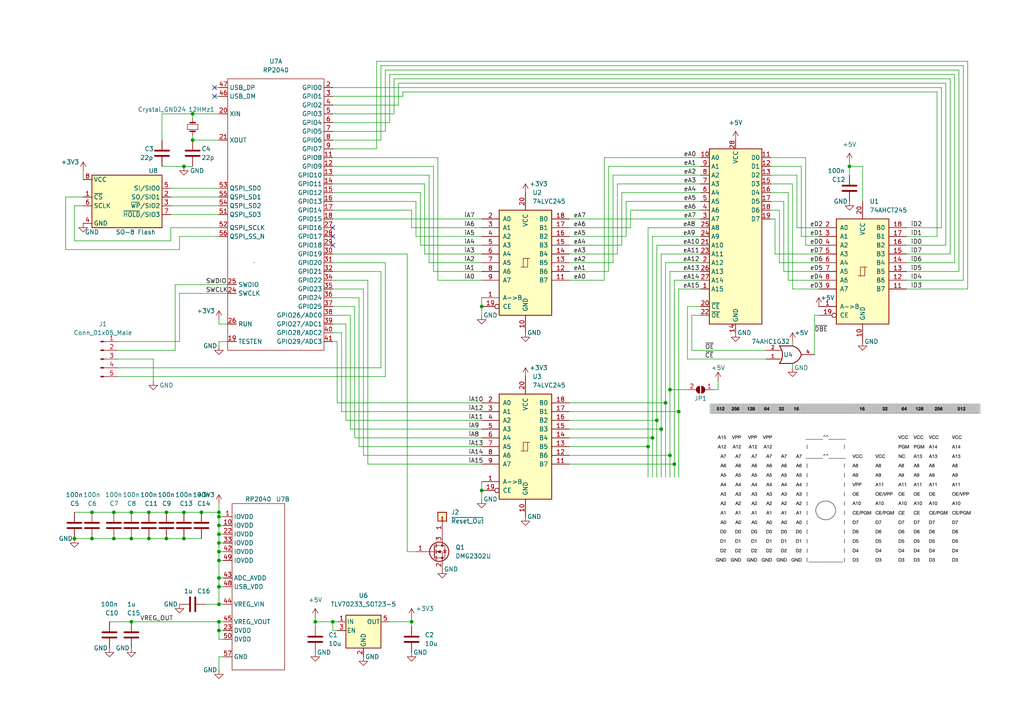
<source format=kicad_sch>
(kicad_sch (version 20211123) (generator eeschema)
  (paper "A4")
  (title_block (title "EPROM EMULATOR") (date "2022-08-13") (rev "1") (comment 1 "github.com/mengstr/Rom2k40"))
  (lib_symbols
    (symbol "74xGxx:74AHC1G32" (pin_names (offset 1.016))
      (property "Reference" "U4" (at -1.27 0 0))
      (property "Value" "74AHC1G32" (at 7.62 2.54 0))
      (symbol "74AHC1G32_1_1"
        (pin input line (at -7.62 -1.27 0) (length 3.81) (name "~") (number "1"))
        (pin input line (at -7.62 1.27 0) (length 3.81) (name "~") (number "2"))
        (pin power_in line (at 0 -2.54 270) (length 0) hide (name "GND") (number "3"))
        (pin output line (at 6.35 0 180) (length 3.81) (name "~") (number "4"))
        (pin power_in line (at 0 2.54 90) (length 0) hide (name "VCC") (number "5"))
      )
    )
    (symbol "74xx:74HC245" (pin_names (offset 1.016))
      (property "Reference" "U" (at -7.62 16.51 0))
      (property "Value" "74HC245" (at -7.62 -16.51 0))
      (symbol "74HC245_1_0"
        (pin input line (at -12.7 -10.16 0) (length 5.08) (name "A->B") (number "1"))
        (pin power_in line (at 0 -20.32 90) (length 5.08) (name "GND") (number "10"))
        (pin tri_state line (at 12.7 -5.08 180) (length 5.08) (name "B7") (number "11"))
        (pin tri_state line (at 12.7 -2.54 180) (length 5.08) (name "B6") (number "12"))
        (pin tri_state line (at 12.7 0 180) (length 5.08) (name "B5") (number "13"))
        (pin tri_state line (at 12.7 2.54 180) (length 5.08) (name "B4") (number "14"))
        (pin tri_state line (at 12.7 5.08 180) (length 5.08) (name "B3") (number "15"))
        (pin tri_state line (at 12.7 7.62 180) (length 5.08) (name "B2") (number "16"))
        (pin tri_state line (at 12.7 10.16 180) (length 5.08) (name "B1") (number "17"))
        (pin tri_state line (at 12.7 12.7 180) (length 5.08) (name "B0") (number "18"))
        (pin input inverted (at -12.7 -12.7 0) (length 5.08) (name "CE") (number "19"))
        (pin tri_state line (at -12.7 12.7 0) (length 5.08) (name "A0") (number "2"))
        (pin power_in line (at 0 20.32 270) (length 5.08) (name "VCC") (number "20"))
        (pin tri_state line (at -12.7 10.16 0) (length 5.08) (name "A1") (number "3"))
        (pin tri_state line (at -12.7 7.62 0) (length 5.08) (name "A2") (number "4"))
        (pin tri_state line (at -12.7 5.08 0) (length 5.08) (name "A3") (number "5"))
        (pin tri_state line (at -12.7 2.54 0) (length 5.08) (name "A4") (number "6"))
        (pin tri_state line (at -12.7 0 0) (length 5.08) (name "A5") (number "7"))
        (pin tri_state line (at -12.7 -2.54 0) (length 5.08) (name "A6") (number "8"))
        (pin tri_state line (at -12.7 -5.08 0) (length 5.08) (name "A7") (number "9"))
      )
    )
    (symbol "Connector:Conn_01x05_Male" (pin_names (offset 1.016) hide)
      (property "Reference" "J" (at 0 7.62 0))
      (property "Value" "Conn_01x05_Male" (at 0 -7.62 0))
      (symbol "Conn_01x05_Male_1_1"
        (pin passive line (at 5.08 5.08 180) (length 3.81) (name "Pin_1") (number "1"))
        (pin passive line (at 5.08 2.54 180) (length 3.81) (name "Pin_2") (number "2"))
        (pin passive line (at 5.08 0 180) (length 3.81) (name "Pin_3") (number "3"))
        (pin passive line (at 5.08 -2.54 180) (length 3.81) (name "Pin_4") (number "4"))
        (pin passive line (at 5.08 -5.08 180) (length 3.81) (name "Pin_5") (number "5"))
      )
    )
    (symbol "Connector_Generic:Conn_01x01" (pin_names (offset 1.016) hide)
      (property "Reference" "J" (at 0 2.54 0))
      (property "Value" "Conn_01x01" (at 0 -2.54 0))
      (symbol "Conn_01x01_1_1"
        (pin passive line (at -5.08 0 0) (length 3.81) (name "Pin_1") (number "1"))
      )
    )
    (symbol "Device:C" (pin_numbers hide) (pin_names (offset 0.254))
      (property "Reference" "C" (at 0.635 2.54 0))
      (property "Value" "C" (at 0.635 -2.54 0))
      (symbol "C_1_1"
        (pin passive line (at 0 3.81 270) (length 2.794) (name "~") (number "1"))
        (pin passive line (at 0 -3.81 90) (length 2.794) (name "~") (number "2"))
      )
    )
    (symbol "Device:Crystal_Small" (pin_numbers hide) (pin_names (offset 1.016) hide)
      (property "Reference" "Y" (at 0 2.54 0))
      (property "Value" "Crystal_Small" (at 0 -2.54 0))
      (symbol "Crystal_Small_1_1"
        (pin passive line (at -2.54 0 0) (length 1.27) (name "1") (number "1"))
        (pin passive line (at 2.54 0 180) (length 1.27) (name "2") (number "2"))
      )
    )
    (symbol "Device:Q_NMOS_GSD" (pin_names (offset 0) hide)
      (property "Reference" "Q" (at 5.08 1.27 0))
      (property "Value" "Q_NMOS_GSD" (at 5.08 -1.27 0))
      (symbol "Q_NMOS_GSD_1_1"
        (pin input line (at -5.08 0 0) (length 2.54) (name "G") (number "1"))
        (pin passive line (at 2.54 -5.08 90) (length 2.54) (name "S") (number "2"))
        (pin passive line (at 2.54 5.08 270) (length 2.54) (name "D") (number "3"))
      )
    )
    (symbol "Jumper:SolderJumper_2_Open" (pin_names (offset 0) hide)
      (property "Reference" "JP" (at 0 2.032 0))
      (property "Value" "SolderJumper_2_Open" (at 0 -2.54 0))
      (symbol "SolderJumper_2_Open_1_1"
        (pin passive line (at -3.81 0 0) (length 2.54) (name "A") (number "1"))
        (pin passive line (at 3.81 0 180) (length 2.54) (name "B") (number "2"))
      )
    )
    (symbol "Memory_EPROM:27C512"
      (property "Reference" "U" (at -7.62 26.67 0))
      (property "Value" "27C512" (at 2.54 -26.67 0))
      (symbol "27C512_1_1"
        (pin input line (at -10.16 -15.24 0) (length 2.54) (name "A15") (number "1"))
        (pin input line (at -10.16 22.86 0) (length 2.54) (name "A0") (number "10"))
        (pin tri_state line (at 10.16 22.86 180) (length 2.54) (name "D0") (number "11"))
        (pin tri_state line (at 10.16 20.32 180) (length 2.54) (name "D1") (number "12"))
        (pin tri_state line (at 10.16 17.78 180) (length 2.54) (name "D2") (number "13"))
        (pin power_in line (at 0 -27.94 90) (length 2.54) (name "GND") (number "14"))
        (pin tri_state line (at 10.16 15.24 180) (length 2.54) (name "D3") (number "15"))
        (pin tri_state line (at 10.16 12.7 180) (length 2.54) (name "D4") (number "16"))
        (pin tri_state line (at 10.16 10.16 180) (length 2.54) (name "D5") (number "17"))
        (pin tri_state line (at 10.16 7.62 180) (length 2.54) (name "D6") (number "18"))
        (pin tri_state line (at 10.16 5.08 180) (length 2.54) (name "D7") (number "19"))
        (pin input line (at -10.16 -7.62 0) (length 2.54) (name "A12") (number "2"))
        (pin input line (at -10.16 -20.32 0) (length 2.54) (name "~{CE}") (number "20"))
        (pin input line (at -10.16 -2.54 0) (length 2.54) (name "A10") (number "21"))
        (pin input line (at -10.16 -22.86 0) (length 2.54) (name "~{OE}") (number "22"))
        (pin input line (at -10.16 -5.08 0) (length 2.54) (name "A11") (number "23"))
        (pin input line (at -10.16 0 0) (length 2.54) (name "A9") (number "24"))
        (pin input line (at -10.16 2.54 0) (length 2.54) (name "A8") (number "25"))
        (pin input line (at -10.16 -10.16 0) (length 2.54) (name "A13") (number "26"))
        (pin input line (at -10.16 -12.7 0) (length 2.54) (name "A14") (number "27"))
        (pin power_in line (at 0 27.94 270) (length 2.54) (name "VCC") (number "28"))
        (pin input line (at -10.16 5.08 0) (length 2.54) (name "A7") (number "3"))
        (pin input line (at -10.16 7.62 0) (length 2.54) (name "A6") (number "4"))
        (pin input line (at -10.16 10.16 0) (length 2.54) (name "A5") (number "5"))
        (pin input line (at -10.16 12.7 0) (length 2.54) (name "A4") (number "6"))
        (pin input line (at -10.16 15.24 0) (length 2.54) (name "A3") (number "7"))
        (pin input line (at -10.16 17.78 0) (length 2.54) (name "A2") (number "8"))
        (pin input line (at -10.16 20.32 0) (length 2.54) (name "A1") (number "9"))
      )
    )
    (symbol "Memory_Flash:MX25R3235FM1xx1"
      (property "Reference" "U8" (at 8.89 8.89 0))
      (property "Value" "MX25R3235FM1xx1" (at -2.54 8.89 0))
      (symbol "MX25R3235FM1xx1_1_1"
        (pin input line (at -12.7 1.27 0) (length 2.54) (name "~{CS}") (number "1"))
        (pin bidirectional line (at 12.7 1.27 180) (length 2.54) (name "SO/SIO1") (number "2"))
        (pin bidirectional line (at 12.7 -1.27 180) (length 2.54) (name "~{WP}/SIO2") (number "3"))
        (pin power_in line (at -12.7 -6.35 0) (length 2.54) (name "GND") (number "4"))
        (pin bidirectional line (at 12.7 3.81 180) (length 2.54) (name "SI/SIO0") (number "5"))
        (pin input line (at -12.7 -1.27 0) (length 2.54) (name "SCLK") (number "6"))
        (pin bidirectional line (at 12.7 -3.81 180) (length 2.54) (name "~{HOLD}/SIO3") (number "7"))
        (pin power_in line (at -12.7 6.35 0) (length 2.54) (name "VCC") (number "8"))
      )
    )
    (symbol "RP2040_1"
      (property "Reference" "U" (at 13.97 0 0))
      (property "Value" "RP2040_1" (at 3.81 0 0))
      (symbol "RP2040_1_1_1"
        (pin bidirectional line (at 30.48 -22.86 180) (length 2.54) (name "GPIO8") (number "11"))
        (pin bidirectional line (at 30.48 -25.4 180) (length 2.54) (name "GPIO9") (number "12"))
        (pin bidirectional line (at 30.48 -27.94 180) (length 2.54) (name "GPIO10") (number "13"))
        (pin bidirectional line (at 30.48 -30.48 180) (length 2.54) (name "GPIO11") (number "14"))
        (pin bidirectional line (at 30.48 -33.02 180) (length 2.54) (name "GPIO12") (number "15"))
        (pin bidirectional line (at 30.48 -35.56 180) (length 2.54) (name "GPIO13") (number "16"))
        (pin bidirectional line (at 30.48 -38.1 180) (length 2.54) (name "GPIO14") (number "17"))
        (pin bidirectional line (at 30.48 -40.64 180) (length 2.54) (name "GPIO15") (number "18"))
        (pin input line (at 0 -76.2 0) (length 2.54) (name "TESTEN") (number "19"))
        (pin bidirectional line (at 30.48 -2.54 180) (length 2.54) (name "GPIO0") (number "2"))
        (pin passive line (at -2.54 -12.7 0) (length 2.54) (name "XIN") (number "20"))
        (pin passive line (at -2.54 -19.05 0) (length 2.54) (name "XOUT") (number "21"))
        (pin bidirectional line (at 0 -62.23 0) (length 2.54) (name "SWCLK") (number "24"))
        (pin bidirectional line (at 0 -59.69 0) (length 2.54) (name "SWDIO") (number "25"))
        (pin input line (at 0 -71.12 0) (length 2.54) (name "RUN") (number "26"))
        (pin bidirectional line (at 30.48 -43.18 180) (length 2.54) (name "GPIO16") (number "27"))
        (pin bidirectional line (at 30.48 -45.72 180) (length 2.54) (name "GPIO17") (number "28"))
        (pin bidirectional line (at 30.48 -48.26 180) (length 2.54) (name "GPIO18") (number "29"))
        (pin bidirectional line (at 30.48 -5.08 180) (length 2.54) (name "GPIO1") (number "3"))
        (pin bidirectional line (at 30.48 -50.8 180) (length 2.54) (name "GPIO19") (number "30"))
        (pin bidirectional line (at 30.48 -53.34 180) (length 2.54) (name "GPIO20") (number "31"))
        (pin bidirectional line (at 30.48 -55.88 180) (length 2.54) (name "GPIO21") (number "32"))
        (pin bidirectional line (at 30.48 -58.42 180) (length 2.54) (name "GPIO22") (number "34"))
        (pin bidirectional line (at 30.48 -60.96 180) (length 2.54) (name "GPIO23") (number "35"))
        (pin bidirectional line (at 30.48 -63.5 180) (length 2.54) (name "GPIO24") (number "36"))
        (pin bidirectional line (at 30.48 -66.04 180) (length 2.54) (name "GPIO25") (number "37"))
        (pin bidirectional line (at 30.48 -68.58 180) (length 2.54) (name "GPIO26/ADC0") (number "38"))
        (pin bidirectional line (at 30.48 -71.12 180) (length 2.54) (name "GPIO27/ADC1") (number "39"))
        (pin bidirectional line (at 30.48 -7.62 180) (length 2.54) (name "GPIO2") (number "4"))
        (pin bidirectional line (at 30.48 -73.66 180) (length 2.54) (name "GPIO28/ADC2") (number "40"))
        (pin bidirectional line (at 30.48 -76.2 180) (length 2.54) (name "GPIO29/ADC3") (number "41"))
        (pin bidirectional line (at -2.54 -5.08 0) (length 2.54) (name "USB_DM") (number "46"))
        (pin bidirectional line (at -2.54 -2.54 0) (length 2.54) (name "USB_DP") (number "47"))
        (pin bidirectional line (at 30.48 -10.16 180) (length 2.54) (name "GPIO3") (number "5"))
        (pin bidirectional line (at -2.54 -39.37 0) (length 2.54) (name "QSPI_SD3") (number "51"))
        (pin output line (at -2.54 -43.18 0) (length 2.54) (name "QSPI_SCLK") (number "52"))
        (pin bidirectional line (at -2.54 -31.75 0) (length 2.54) (name "QSPI_SD0") (number "53"))
        (pin bidirectional line (at -2.54 -36.83 0) (length 2.54) (name "QSPI_SD2") (number "54"))
        (pin bidirectional line (at -2.54 -34.29 0) (length 2.54) (name "QSPI_SD1") (number "55"))
        (pin bidirectional line (at -2.54 -45.72 0) (length 2.54) (name "QSPI_SS_N") (number "56"))
        (pin bidirectional line (at 30.48 -12.7 180) (length 2.54) (name "GPIO4") (number "6"))
        (pin bidirectional line (at 30.48 -15.24 180) (length 2.54) (name "GPIO5") (number "7"))
        (pin bidirectional line (at 30.48 -17.78 180) (length 2.54) (name "GPIO6") (number "8"))
        (pin bidirectional line (at 30.48 -20.32 180) (length 2.54) (name "GPIO7") (number "9"))
      )
      (symbol "RP2040_1_2_1"
        (pin power_in line (at -2.54 -5.08 0) (length 2.54) (name "IOVDD") (number "1"))
        (pin power_in line (at -2.54 -7.62 0) (length 2.54) (name "IOVDD") (number "10"))
        (pin power_in line (at -2.54 -10.16 0) (length 2.54) (name "IOVDD") (number "22"))
        (pin power_in line (at -2.54 -38.1 0) (length 2.54) (name "DVDD") (number "23"))
        (pin power_in line (at -2.54 -12.7 0) (length 2.54) (name "IOVDD") (number "33"))
        (pin power_in line (at -2.54 -15.24 0) (length 2.54) (name "IOVDD") (number "42"))
        (pin power_in line (at -2.54 -22.86 0) (length 2.54) (name "ADC_AVDD") (number "43"))
        (pin power_in line (at -2.54 -30.48 0) (length 2.54) (name "VREG_VIN") (number "44"))
        (pin power_in line (at -2.54 -35.56 0) (length 2.54) (name "VREG_VOUT") (number "45"))
        (pin power_in line (at -2.54 -25.4 0) (length 2.54) (name "USB_VDD") (number "48"))
        (pin power_in line (at -2.54 -17.78 0) (length 2.54) (name "IOVDD") (number "49"))
        (pin power_in line (at -2.54 -40.64 0) (length 2.54) (name "DVDD") (number "50"))
        (pin input line (at -2.54 -45.72 0) (length 2.54) (name "GND") (number "57"))
      )
    )
    (symbol "Regulator_Linear:TLV70233_SOT23-5" (pin_names (offset 0.254))
      (property "Reference" "U" (at -3.81 5.715 0))
      (property "Value" "TLV70233_SOT23-5" (at 0 5.715 0))
      (symbol "TLV70233_SOT23-5_1_1"
        (pin power_in line (at -7.62 2.54 0) (length 2.54) (name "IN") (number "1"))
        (pin power_in line (at 0 -7.62 90) (length 2.54) (name "GND") (number "2"))
        (pin input line (at -7.62 0 0) (length 2.54) (name "EN") (number "3"))
        (pin no_connect line (at 5.08 0 180) (length 2.54) hide (name "NC") (number "4"))
        (pin power_out line (at 7.62 2.54 180) (length 2.54) (name "OUT") (number "5"))
      )
    )
    (symbol "mengstr:RP2040"
      (property "Reference" "U" (at 13.97 0 0))
      (property "Value" "RP2040" (at 3.81 0 0))
      (symbol "RP2040_1_1"
        (pin bidirectional line (at 30.48 -22.86 180) (length 2.54) (name "GPIO8") (number "11"))
        (pin bidirectional line (at 30.48 -25.4 180) (length 2.54) (name "GPIO9") (number "12"))
        (pin bidirectional line (at 30.48 -27.94 180) (length 2.54) (name "GPIO10") (number "13"))
        (pin bidirectional line (at 30.48 -30.48 180) (length 2.54) (name "GPIO11") (number "14"))
        (pin bidirectional line (at 30.48 -33.02 180) (length 2.54) (name "GPIO12") (number "15"))
        (pin bidirectional line (at 30.48 -35.56 180) (length 2.54) (name "GPIO13") (number "16"))
        (pin bidirectional line (at 30.48 -38.1 180) (length 2.54) (name "GPIO14") (number "17"))
        (pin bidirectional line (at 30.48 -40.64 180) (length 2.54) (name "GPIO15") (number "18"))
        (pin input line (at 0 -76.2 0) (length 2.54) (name "TESTEN") (number "19"))
        (pin bidirectional line (at 30.48 -2.54 180) (length 2.54) (name "GPIO0") (number "2"))
        (pin passive line (at -2.54 -10.16 0) (length 2.54) (name "XIN") (number "20"))
        (pin passive line (at -2.54 -17.78 0) (length 2.54) (name "XOUT") (number "21"))
        (pin bidirectional line (at 0 -62.23 0) (length 2.54) (name "SWCLK") (number "24"))
        (pin bidirectional line (at 0 -59.69 0) (length 2.54) (name "SWDIO") (number "25"))
        (pin input line (at 0 -71.12 0) (length 2.54) (name "RUN") (number "26"))
        (pin bidirectional line (at 30.48 -43.18 180) (length 2.54) (name "GPIO16") (number "27"))
        (pin bidirectional line (at 30.48 -45.72 180) (length 2.54) (name "GPIO17") (number "28"))
        (pin bidirectional line (at 30.48 -48.26 180) (length 2.54) (name "GPIO18") (number "29"))
        (pin bidirectional line (at 30.48 -5.08 180) (length 2.54) (name "GPIO1") (number "3"))
        (pin bidirectional line (at 30.48 -50.8 180) (length 2.54) (name "GPIO19") (number "30"))
        (pin bidirectional line (at 30.48 -53.34 180) (length 2.54) (name "GPIO20") (number "31"))
        (pin bidirectional line (at 30.48 -55.88 180) (length 2.54) (name "GPIO21") (number "32"))
        (pin bidirectional line (at 30.48 -58.42 180) (length 2.54) (name "GPIO22") (number "34"))
        (pin bidirectional line (at 30.48 -60.96 180) (length 2.54) (name "GPIO23") (number "35"))
        (pin bidirectional line (at 30.48 -63.5 180) (length 2.54) (name "GPIO24") (number "36"))
        (pin bidirectional line (at 30.48 -66.04 180) (length 2.54) (name "GPIO25") (number "37"))
        (pin bidirectional line (at 30.48 -68.58 180) (length 2.54) (name "GPIO26/ADC0") (number "38"))
        (pin bidirectional line (at 30.48 -71.12 180) (length 2.54) (name "GPIO27/ADC1") (number "39"))
        (pin bidirectional line (at 30.48 -7.62 180) (length 2.54) (name "GPIO2") (number "4"))
        (pin bidirectional line (at 30.48 -73.66 180) (length 2.54) (name "GPIO28/ADC2") (number "40"))
        (pin bidirectional line (at 30.48 -76.2 180) (length 2.54) (name "GPIO29/ADC3") (number "41"))
        (pin bidirectional line (at -2.54 -5.08 0) (length 2.54) (name "USB_DM") (number "46"))
        (pin bidirectional line (at -2.54 -2.54 0) (length 2.54) (name "USB_DP") (number "47"))
        (pin bidirectional line (at 30.48 -10.16 180) (length 2.54) (name "GPIO3") (number "5"))
        (pin bidirectional line (at -2.54 -39.37 0) (length 2.54) (name "QSPI_SD3") (number "51"))
        (pin output line (at -2.54 -43.18 0) (length 2.54) (name "QSPI_SCLK") (number "52"))
        (pin bidirectional line (at -2.54 -31.75 0) (length 2.54) (name "QSPI_SD0") (number "53"))
        (pin bidirectional line (at -2.54 -36.83 0) (length 2.54) (name "QSPI_SD2") (number "54"))
        (pin bidirectional line (at -2.54 -34.29 0) (length 2.54) (name "QSPI_SD1") (number "55"))
        (pin bidirectional line (at -2.54 -45.72 0) (length 2.54) (name "QSPI_SS_N") (number "56"))
        (pin bidirectional line (at 30.48 -12.7 180) (length 2.54) (name "GPIO4") (number "6"))
        (pin bidirectional line (at 30.48 -15.24 180) (length 2.54) (name "GPIO5") (number "7"))
        (pin bidirectional line (at 30.48 -17.78 180) (length 2.54) (name "GPIO6") (number "8"))
        (pin bidirectional line (at 30.48 -20.32 180) (length 2.54) (name "GPIO7") (number "9"))
      )
      (symbol "RP2040_2_1"
        (pin power_in line (at -2.54 -5.08 0) (length 2.54) (name "IOVDD") (number "1"))
        (pin power_in line (at -2.54 -7.62 0) (length 2.54) (name "IOVDD") (number "10"))
        (pin power_in line (at -2.54 -10.16 0) (length 2.54) (name "IOVDD") (number "22"))
        (pin power_in line (at -2.54 -38.1 0) (length 2.54) (name "DVDD") (number "23"))
        (pin power_in line (at -2.54 -12.7 0) (length 2.54) (name "IOVDD") (number "33"))
        (pin power_in line (at -2.54 -15.24 0) (length 2.54) (name "IOVDD") (number "42"))
        (pin power_in line (at -2.54 -22.86 0) (length 2.54) (name "ADC_AVDD") (number "43"))
        (pin power_in line (at -2.54 -30.48 0) (length 2.54) (name "VREG_VIN") (number "44"))
        (pin power_in line (at -2.54 -35.56 0) (length 2.54) (name "VREG_VOUT") (number "45"))
        (pin power_in line (at -2.54 -25.4 0) (length 2.54) (name "USB_VDD") (number "48"))
        (pin power_in line (at -2.54 -17.78 0) (length 2.54) (name "IOVDD") (number "49"))
        (pin power_in line (at -2.54 -40.64 0) (length 2.54) (name "DVDD") (number "50"))
        (pin input line (at -2.54 -45.72 0) (length 2.54) (name "GND") (number "57"))
      )
    )
    (symbol "power:+3V3" (power) (pin_names (offset 0))
      (property "Value" "+3V3" (at 0 3.556 0))
      (symbol "+3V3_1_1"
        (pin power_in line (at 0 0 90) (length 0) hide (name "+3V3") (number "1"))
      )
    )
    (symbol "power:+5V" (power) (pin_names (offset 0))
      (property "Value" "+5V" (at 0 3.556 0))
      (symbol "+5V_1_1"
        (pin power_in line (at 0 0 90) (length 0) hide (name "+5V") (number "1"))
      )
    )
    (symbol "power:GND" (power) (pin_names (offset 0))
      (property "Value" "GND" (at 0 -3.81 0))
      (symbol "GND_1_1"
        (pin power_in line (at 0 0 270) (length 0) hide (name "GND") (number "1"))
      )
    )
  )
  (junction (at 43.18 156.21))
  (junction (at 190.5 121.92))
  (junction (at 63.5 167.64))
  (junction (at 43.18 148.59))
  (junction (at 139.7 142.24))
  (junction (at 38.1 156.21))
  (junction (at 58.42 148.59))
  (junction (at 63.5 157.48))
  (junction (at 196.85 119.38))
  (junction (at 246.38 48.26))
  (junction (at 63.5 162.56))
  (junction (at 63.5 170.18))
  (junction (at 194.31 132.08))
  (junction (at 187.96 129.54))
  (junction (at 63.5 180.34))
  (junction (at 48.26 156.21))
  (junction (at 53.34 156.21))
  (junction (at 63.5 175.26))
  (junction (at 195.58 134.62))
  (junction (at 53.34 48.26))
  (junction (at 26.67 156.21))
  (junction (at 63.5 149.86))
  (junction (at 63.5 182.88))
  (junction (at 63.5 154.94))
  (junction (at 38.1 180.34))
  (junction (at 194.31 113.03))
  (junction (at 139.7 88.9))
  (junction (at 96.52 180.34))
  (junction (at 55.88 40.64))
  (junction (at 53.34 148.59))
  (junction (at 55.88 33.02))
  (junction (at 21.59 156.21))
  (junction (at 38.1 148.59))
  (junction (at 193.04 116.84))
  (junction (at 63.5 152.4))
  (junction (at 63.5 148.59))
  (junction (at 119.38 180.34))
  (junction (at 91.44 180.34))
  (junction (at 191.77 124.46))
  (junction (at 26.67 148.59))
  (junction (at 33.02 148.59))
  (junction (at 63.5 160.02))
  (junction (at 48.26 148.59))
  (junction (at 189.23 127))
  (junction (at 33.02 156.21))
  (no_connect (at 62.23 27.94))
  (no_connect (at 62.23 25.4))
  (no_connect (at 96.52 68.58))
  (no_connect (at 96.52 71.12))
  (no_connect (at 96.52 66.04))
  (wire (pts (xy 63.5 190.5) (xy 64.77 190.5)))
  (wire (pts (xy 34.29 109.22) (xy 111.76 109.22)))
  (wire (pts (xy 48.26 156.21) (xy 53.34 156.21)))
  (wire (pts (xy 273.05 25.4) (xy 273.05 66.04)))
  (wire (pts (xy 139.7 66.04) (xy 119.38 66.04)))
  (wire (pts (xy 271.78 26.67) (xy 116.84 26.67)))
  (wire (pts (xy 229.87 53.34) (xy 229.87 83.82)))
  (wire (pts (xy 116.84 26.67) (xy 116.84 27.94)))
  (wire (pts (xy 246.38 48.26) (xy 250.19 48.26)))
  (wire (pts (xy 229.87 106.68) (xy 229.87 105.41)))
  (wire (pts (xy 228.6 81.28) (xy 237.49 81.28)))
  (wire (pts (xy 203.2 78.74) (xy 194.31 78.74)))
  (wire (pts (xy 223.52 60.96) (xy 226.06 60.96)))
  (wire (pts (xy 46.99 40.64) (xy 46.99 33.02)))
  (wire (pts (xy 101.6 91.44) (xy 101.6 124.46)))
  (wire (pts (xy 223.52 53.34) (xy 229.87 53.34)))
  (wire (pts (xy 165.1 134.62) (xy 195.58 134.62)))
  (wire (pts (xy 203.2 45.72) (xy 175.26 45.72)))
  (wire (pts (xy 279.4 19.05) (xy 110.49 19.05)))
  (wire (pts (xy 262.89 83.82) (xy 280.67 83.82)))
  (wire (pts (xy 229.87 83.82) (xy 237.49 83.82)))
  (wire (pts (xy 63.5 162.56) (xy 64.77 162.56)))
  (wire (pts (xy 64.77 149.86) (xy 63.5 149.86)))
  (wire (pts (xy 63.5 194.31) (xy 63.5 190.5)))
  (wire (pts (xy 100.33 121.92) (xy 139.7 121.92)))
  (wire (pts (xy 21.59 156.21) (xy 26.67 156.21)))
  (wire (pts (xy 223.52 48.26) (xy 232.41 48.26)))
  (wire (pts (xy 38.1 156.21) (xy 43.18 156.21)))
  (wire (pts (xy 200.66 91.44) (xy 203.2 91.44)))
  (wire (pts (xy 96.52 81.28) (xy 106.68 81.28)))
  (wire (pts (xy 175.26 45.72) (xy 175.26 81.28)))
  (wire (pts (xy 48.26 148.59) (xy 53.34 148.59)))
  (wire (pts (xy 232.41 68.58) (xy 237.49 68.58)))
  (wire (pts (xy 97.79 116.84) (xy 139.7 116.84)))
  (wire (pts (xy 189.23 68.58) (xy 189.23 127)))
  (wire (pts (xy 62.23 27.94) (xy 63.5 27.94)))
  (wire (pts (xy 194.31 113.03) (xy 194.31 132.08)))
  (wire (pts (xy 271.78 26.67) (xy 271.78 68.58)))
  (wire (pts (xy 165.1 121.92) (xy 190.5 121.92)))
  (wire (pts (xy 21.59 148.59) (xy 26.67 148.59)))
  (wire (pts (xy 223.52 45.72) (xy 233.68 45.72)))
  (wire (pts (xy 63.5 160.02) (xy 63.5 162.56)))
  (wire (pts (xy 139.7 71.12) (xy 121.92 71.12)))
  (wire (pts (xy 200.66 101.6) (xy 222.25 101.6)))
  (wire (pts (xy 96.52 30.48) (xy 115.57 30.48)))
  (wire (pts (xy 19.05 57.15) (xy 19.05 72.39)))
  (wire (pts (xy 96.52 76.2) (xy 111.76 76.2)))
  (wire (pts (xy 119.38 66.04) (xy 119.38 60.96)))
  (wire (pts (xy 21.59 59.69) (xy 24.13 59.69)))
  (wire (pts (xy 38.1 148.59) (xy 43.18 148.59)))
  (wire (pts (xy 96.52 78.74) (xy 110.49 78.74)))
  (wire (pts (xy 64.77 175.26) (xy 63.5 175.26)))
  (wire (pts (xy 24.13 49.53) (xy 24.13 52.07)))
  (wire (pts (xy 52.07 68.58) (xy 63.5 68.58)))
  (wire (pts (xy 63.5 152.4) (xy 64.77 152.4)))
  (wire (pts (xy 46.99 48.26) (xy 53.34 48.26)))
  (wire (pts (xy 203.2 73.66) (xy 191.77 73.66)))
  (wire (pts (xy 203.2 71.12) (xy 190.5 71.12)))
  (wire (pts (xy 63.5 180.34) (xy 63.5 182.88)))
  (wire (pts (xy 63.5 66.04) (xy 49.53 66.04)))
  (wire (pts (xy 49.53 59.69) (xy 63.5 59.69)))
  (wire (pts (xy 26.67 156.21) (xy 33.02 156.21)))
  (wire (pts (xy 97.79 182.88) (xy 96.52 182.88)))
  (wire (pts (xy 49.53 62.23) (xy 63.5 62.23)))
  (wire (pts (xy 63.5 170.18) (xy 63.5 175.26)))
  (wire (pts (xy 139.7 88.9) (xy 139.7 91.44)))
  (wire (pts (xy 53.34 156.21) (xy 58.42 156.21)))
  (wire (pts (xy 250.19 48.26) (xy 250.19 58.42)))
  (wire (pts (xy 115.57 24.13) (xy 115.57 30.48)))
  (wire (pts (xy 226.06 60.96) (xy 226.06 76.2)))
  (wire (pts (xy 262.89 68.58) (xy 271.78 68.58)))
  (wire (pts (xy 223.52 55.88) (xy 228.6 55.88)))
  (wire (pts (xy 52.07 72.39) (xy 52.07 68.58)))
  (wire (pts (xy 33.02 148.59) (xy 38.1 148.59)))
  (wire (pts (xy 96.52 50.8) (xy 124.46 50.8)))
  (wire (pts (xy 63.5 182.88) (xy 63.5 185.42)))
  (wire (pts (xy 123.19 73.66) (xy 123.19 53.34)))
  (wire (pts (xy 222.25 104.14) (xy 199.39 104.14)))
  (wire (pts (xy 120.65 68.58) (xy 120.65 58.42)))
  (wire (pts (xy 106.68 134.62) (xy 139.7 134.62)))
  (wire (pts (xy 176.53 48.26) (xy 176.53 78.74)))
  (wire (pts (xy 231.14 50.8) (xy 231.14 66.04)))
  (wire (pts (xy 38.1 180.34) (xy 63.5 180.34)))
  (wire (pts (xy 124.46 76.2) (xy 124.46 50.8)))
  (wire (pts (xy 50.8 82.55) (xy 50.8 101.6)))
  (wire (pts (xy 102.87 88.9) (xy 102.87 127)))
  (wire (pts (xy 196.85 83.82) (xy 196.85 119.38)))
  (wire (pts (xy 207.01 113.03) (xy 208.28 113.03)))
  (wire (pts (xy 63.5 167.64) (xy 64.77 167.64)))
  (wire (pts (xy 96.52 53.34) (xy 123.19 53.34)))
  (wire (pts (xy 224.79 63.5) (xy 224.79 73.66)))
  (wire (pts (xy 63.5 157.48) (xy 63.5 160.02)))
  (wire (pts (xy 63.5 92.71) (xy 63.5 93.98)))
  (wire (pts (xy 246.38 50.8) (xy 246.38 48.26)))
  (wire (pts (xy 278.13 20.32) (xy 111.76 20.32)))
  (wire (pts (xy 52.07 85.09) (xy 66.04 85.09)))
  (wire (pts (xy 102.87 127) (xy 139.7 127)))
  (wire (pts (xy 165.1 132.08) (xy 194.31 132.08)))
  (wire (pts (xy 275.59 22.86) (xy 114.3 22.86)))
  (wire (pts (xy 229.87 99.06) (xy 229.87 100.33)))
  (wire (pts (xy 182.88 60.96) (xy 182.88 66.04)))
  (wire (pts (xy 127 81.28) (xy 127 45.72)))
  (wire (pts (xy 114.3 22.86) (xy 114.3 33.02)))
  (wire (pts (xy 227.33 58.42) (xy 227.33 78.74)))
  (wire (pts (xy 279.4 19.05) (xy 279.4 81.28)))
  (wire (pts (xy 21.59 69.85) (xy 21.59 59.69)))
  (wire (pts (xy 91.44 180.34) (xy 91.44 181.61)))
  (wire (pts (xy 50.8 82.55) (xy 66.04 82.55)))
  (wire (pts (xy 111.76 20.32) (xy 111.76 38.1)))
  (wire (pts (xy 195.58 81.28) (xy 195.58 134.62)))
  (wire (pts (xy 96.52 27.94) (xy 116.84 27.94)))
  (wire (pts (xy 43.18 156.21) (xy 48.26 156.21)))
  (wire (pts (xy 99.06 96.52) (xy 99.06 119.38)))
  (wire (pts (xy 203.2 81.28) (xy 195.58 81.28)))
  (wire (pts (xy 19.05 72.39) (xy 52.07 72.39)))
  (wire (pts (xy 34.29 101.6) (xy 50.8 101.6)))
  (wire (pts (xy 105.41 132.08) (xy 139.7 132.08)))
  (wire (pts (xy 190.5 121.92) (xy 190.5 138.43)))
  (wire (pts (xy 118.11 160.02) (xy 120.65 160.02)))
  (wire (pts (xy 104.14 86.36) (xy 104.14 129.54)))
  (wire (pts (xy 179.07 53.34) (xy 179.07 73.66)))
  (wire (pts (xy 96.52 60.96) (xy 119.38 60.96)))
  (wire (pts (xy 165.1 71.12) (xy 180.34 71.12)))
  (wire (pts (xy 274.32 24.13) (xy 115.57 24.13)))
  (wire (pts (xy 96.52 96.52) (xy 99.06 96.52)))
  (wire (pts (xy 55.88 33.02) (xy 63.5 33.02)))
  (wire (pts (xy 111.76 76.2) (xy 111.76 109.22)))
  (wire (pts (xy 118.11 160.02) (xy 118.11 73.66)))
  (wire (pts (xy 99.06 119.38) (xy 139.7 119.38)))
  (wire (pts (xy 109.22 17.78) (xy 280.67 17.78)))
  (wire (pts (xy 228.6 55.88) (xy 228.6 81.28)))
  (wire (pts (xy 195.58 134.62) (xy 195.58 138.43)))
  (wire (pts (xy 208.28 110.49) (xy 208.28 113.03)))
  (wire (pts (xy 196.85 119.38) (xy 196.85 138.43)))
  (wire (pts (xy 190.5 71.12) (xy 190.5 121.92)))
  (wire (pts (xy 276.86 21.59) (xy 276.86 76.2)))
  (wire (pts (xy 55.88 33.02) (xy 55.88 34.29)))
  (wire (pts (xy 63.5 148.59) (xy 63.5 149.86)))
  (wire (pts (xy 96.52 33.02) (xy 114.3 33.02)))
  (wire (pts (xy 165.1 129.54) (xy 187.96 129.54)))
  (wire (pts (xy 203.2 83.82) (xy 196.85 83.82)))
  (wire (pts (xy 194.31 78.74) (xy 194.31 113.03)))
  (wire (pts (xy 262.89 73.66) (xy 275.59 73.66)))
  (wire (pts (xy 96.52 63.5) (xy 139.7 63.5)))
  (wire (pts (xy 274.32 24.13) (xy 274.32 71.12)))
  (wire (pts (xy 110.49 78.74) (xy 110.49 106.68)))
  (wire (pts (xy 165.1 78.74) (xy 176.53 78.74)))
  (wire (pts (xy 96.52 58.42) (xy 120.65 58.42)))
  (wire (pts (xy 49.53 54.61) (xy 63.5 54.61)))
  (wire (pts (xy 46.99 33.02) (xy 55.88 33.02)))
  (wire (pts (xy 165.1 68.58) (xy 181.61 68.58)))
  (wire (pts (xy 139.7 86.36) (xy 139.7 88.9)))
  (wire (pts (xy 278.13 20.32) (xy 278.13 78.74)))
  (wire (pts (xy 165.1 81.28) (xy 175.26 81.28)))
  (wire (pts (xy 193.04 76.2) (xy 193.04 116.84)))
  (wire (pts (xy 66.04 99.06) (xy 63.5 99.06)))
  (wire (pts (xy 96.52 48.26) (xy 125.73 48.26)))
  (wire (pts (xy 63.5 162.56) (xy 63.5 167.64)))
  (wire (pts (xy 187.96 66.04) (xy 187.96 129.54)))
  (wire (pts (xy 203.2 68.58) (xy 189.23 68.58)))
  (wire (pts (xy 233.68 71.12) (xy 237.49 71.12)))
  (wire (pts (xy 96.52 38.1) (xy 111.76 38.1)))
  (wire (pts (xy 109.22 43.18) (xy 109.22 17.78)))
  (wire (pts (xy 58.42 148.59) (xy 63.5 148.59)))
  (wire (pts (xy 96.52 180.34) (xy 91.44 180.34)))
  (wire (pts (xy 63.5 182.88) (xy 64.77 182.88)))
  (wire (pts (xy 63.5 152.4) (xy 63.5 154.94)))
  (wire (pts (xy 191.77 73.66) (xy 191.77 124.46)))
  (wire (pts (xy 125.73 78.74) (xy 125.73 48.26)))
  (wire (pts (xy 96.52 83.82) (xy 105.41 83.82)))
  (wire (pts (xy 276.86 21.59) (xy 113.03 21.59)))
  (wire (pts (xy 63.5 157.48) (xy 64.77 157.48)))
  (wire (pts (xy 44.45 110.49) (xy 44.45 104.14)))
  (wire (pts (xy 55.88 39.37) (xy 55.88 40.64)))
  (wire (pts (xy 43.18 148.59) (xy 48.26 148.59)))
  (wire (pts (xy 106.68 81.28) (xy 106.68 134.62)))
  (wire (pts (xy 119.38 180.34) (xy 119.38 181.61)))
  (wire (pts (xy 96.52 25.4) (xy 273.05 25.4)))
  (wire (pts (xy 49.53 69.85) (xy 21.59 69.85)))
  (wire (pts (xy 63.5 160.02) (xy 64.77 160.02)))
  (wire (pts (xy 165.1 116.84) (xy 193.04 116.84)))
  (wire (pts (xy 139.7 139.7) (xy 139.7 142.24)))
  (wire (pts (xy 105.41 83.82) (xy 105.41 132.08)))
  (wire (pts (xy 223.52 50.8) (xy 231.14 50.8)))
  (wire (pts (xy 53.34 48.26) (xy 55.88 48.26)))
  (wire (pts (xy 24.13 57.15) (xy 19.05 57.15)))
  (wire (pts (xy 64.77 180.34) (xy 63.5 180.34)))
  (wire (pts (xy 96.52 86.36) (xy 104.14 86.36)))
  (wire (pts (xy 63.5 167.64) (xy 63.5 170.18)))
  (wire (pts (xy 104.14 129.54) (xy 139.7 129.54)))
  (wire (pts (xy 199.39 113.03) (xy 194.31 113.03)))
  (wire (pts (xy 96.52 45.72) (xy 127 45.72)))
  (wire (pts (xy 227.33 78.74) (xy 237.49 78.74)))
  (wire (pts (xy 64.77 185.42) (xy 63.5 185.42)))
  (wire (pts (xy 193.04 116.84) (xy 193.04 138.43)))
  (wire (pts (xy 236.22 91.44) (xy 237.49 91.44)))
  (wire (pts (xy 63.5 154.94) (xy 63.5 157.48)))
  (wire (pts (xy 187.96 129.54) (xy 187.96 138.43)))
  (wire (pts (xy 200.66 91.44) (xy 200.66 101.6)))
  (wire (pts (xy 31.75 180.34) (xy 38.1 180.34)))
  (wire (pts (xy 97.79 99.06) (xy 97.79 116.84)))
  (wire (pts (xy 121.92 71.12) (xy 121.92 55.88)))
  (wire (pts (xy 96.52 180.34) (xy 97.79 180.34)))
  (wire (pts (xy 165.1 76.2) (xy 177.8 76.2)))
  (wire (pts (xy 55.88 40.64) (xy 63.5 40.64)))
  (wire (pts (xy 139.7 81.28) (xy 127 81.28)))
  (wire (pts (xy 203.2 50.8) (xy 177.8 50.8)))
  (wire (pts (xy 139.7 76.2) (xy 124.46 76.2)))
  (wire (pts (xy 110.49 19.05) (xy 110.49 40.64)))
  (wire (pts (xy 203.2 53.34) (xy 179.07 53.34)))
  (wire (pts (xy 165.1 124.46) (xy 191.77 124.46)))
  (wire (pts (xy 262.89 78.74) (xy 278.13 78.74)))
  (wire (pts (xy 165.1 119.38) (xy 196.85 119.38)))
  (wire (pts (xy 96.52 73.66) (xy 118.11 73.66)))
  (wire (pts (xy 262.89 66.04) (xy 273.05 66.04)))
  (wire (pts (xy 49.53 66.04) (xy 49.53 69.85)))
  (wire (pts (xy 165.1 127) (xy 189.23 127)))
  (wire (pts (xy 280.67 17.78) (xy 280.67 83.82)))
  (wire (pts (xy 232.41 48.26) (xy 232.41 68.58)))
  (wire (pts (xy 199.39 88.9) (xy 203.2 88.9)))
  (wire (pts (xy 96.52 99.06) (xy 97.79 99.06)))
  (wire (pts (xy 203.2 55.88) (xy 180.34 55.88)))
  (wire (pts (xy 101.6 124.46) (xy 139.7 124.46)))
  (wire (pts (xy 262.89 81.28) (xy 279.4 81.28)))
  (wire (pts (xy 139.7 142.24) (xy 139.7 144.78)))
  (wire (pts (xy 113.03 180.34) (xy 119.38 180.34)))
  (wire (pts (xy 63.5 99.06) (xy 63.5 100.33)))
  (wire (pts (xy 165.1 66.04) (xy 182.88 66.04)))
  (wire (pts (xy 177.8 50.8) (xy 177.8 76.2)))
  (wire (pts (xy 203.2 58.42) (xy 181.61 58.42)))
  (wire (pts (xy 63.5 149.86) (xy 63.5 152.4)))
  (wire (pts (xy 194.31 132.08) (xy 194.31 138.43)))
  (wire (pts (xy 26.67 148.59) (xy 33.02 148.59)))
  (wire (pts (xy 96.52 40.64) (xy 110.49 40.64)))
  (wire (pts (xy 113.03 21.59) (xy 113.03 35.56)))
  (wire (pts (xy 262.89 71.12) (xy 274.32 71.12)))
  (wire (pts (xy 53.34 148.59) (xy 58.42 148.59)))
  (wire (pts (xy 139.7 68.58) (xy 120.65 68.58)))
  (wire (pts (xy 33.02 156.21) (xy 38.1 156.21)))
  (wire (pts (xy 96.52 43.18) (xy 109.22 43.18)))
  (wire (pts (xy 63.5 154.94) (xy 64.77 154.94)))
  (wire (pts (xy 262.89 76.2) (xy 276.86 76.2)))
  (wire (pts (xy 189.23 127) (xy 189.23 138.43)))
  (wire (pts (xy 233.68 45.72) (xy 233.68 71.12)))
  (wire (pts (xy 199.39 104.14) (xy 199.39 88.9)))
  (wire (pts (xy 191.77 124.46) (xy 191.77 138.43)))
  (wire (pts (xy 34.29 106.68) (xy 110.49 106.68)))
  (wire (pts (xy 223.52 58.42) (xy 227.33 58.42)))
  (wire (pts (xy 181.61 58.42) (xy 181.61 68.58)))
  (wire (pts (xy 96.52 55.88) (xy 121.92 55.88)))
  (wire (pts (xy 62.23 25.4) (xy 63.5 25.4)))
  (wire (pts (xy 63.5 170.18) (xy 64.77 170.18)))
  (wire (pts (xy 100.33 93.98) (xy 100.33 121.92)))
  (wire (pts (xy 139.7 78.74) (xy 125.73 78.74)))
  (wire (pts (xy 223.52 63.5) (xy 224.79 63.5)))
  (wire (pts (xy 119.38 179.07) (xy 119.38 180.34)))
  (wire (pts (xy 139.7 73.66) (xy 123.19 73.66)))
  (wire (pts (xy 96.52 35.56) (xy 113.03 35.56)))
  (wire (pts (xy 63.5 146.05) (xy 63.5 148.59)))
  (wire (pts (xy 165.1 73.66) (xy 179.07 73.66)))
  (wire (pts (xy 96.52 91.44) (xy 101.6 91.44)))
  (wire (pts (xy 226.06 76.2) (xy 237.49 76.2)))
  (wire (pts (xy 231.14 66.04) (xy 237.49 66.04)))
  (wire (pts (xy 203.2 48.26) (xy 176.53 48.26)))
  (wire (pts (xy 203.2 66.04) (xy 187.96 66.04)))
  (wire (pts (xy 203.2 60.96) (xy 182.88 60.96)))
  (wire (pts (xy 203.2 76.2) (xy 193.04 76.2)))
  (wire (pts (xy 34.29 104.14) (xy 44.45 104.14)))
  (wire (pts (xy 49.53 57.15) (xy 63.5 57.15)))
  (wire (pts (xy 224.79 73.66) (xy 237.49 73.66)))
  (wire (pts (xy 63.5 93.98) (xy 66.04 93.98)))
  (wire (pts (xy 165.1 63.5) (xy 203.2 63.5)))
  (wire (pts (xy 96.52 182.88) (xy 96.52 180.34)))
  (wire (pts (xy 91.44 179.07) (xy 91.44 180.34)))
  (wire (pts (xy 246.38 46.99) (xy 246.38 48.26)))
  (wire (pts (xy 96.52 93.98) (xy 100.33 93.98)))
  (wire (pts (xy 236.22 91.44) (xy 236.22 102.87)))
  (wire (pts (xy 96.52 88.9) (xy 102.87 88.9)))
  (wire (pts (xy 34.29 99.06) (xy 52.07 99.06)))
  (wire (pts (xy 275.59 22.86) (xy 275.59 73.66)))
  (wire (pts (xy 180.34 55.88) (xy 180.34 71.12)))
  (wire (pts (xy 59.69 175.26) (xy 63.5 175.26)))
  (wire (pts (xy 52.07 85.09) (xy 52.07 99.06)))
  (image (at 245.11 140.97) (scale 0.707316))
  (label "iA15" (at 135.89 134.62 0))
  (label "eA2" (at 166.37 76.2 0))
  (label "~{CE}" (at 204.47 104.14 0))
  (label "iA0" (at 134.62 81.28 0))
  (label "iA5" (at 134.62 68.58 0))
  (label "eA15" (at 198.12 83.82 0))
  (label "iD0" (at 264.16 71.12 0))
  (label "eA6" (at 166.37 66.04 0))
  (label "eA7" (at 166.37 63.5 0))
  (label "iD6" (at 264.16 76.2 0))
  (label "VREG_OUT" (at 40.64 180.34 0))
  (label "eA5" (at 166.37 68.58 0))
  (label "eA1" (at 201.93 48.26 180))
  (label "eA2" (at 201.93 50.8 180))
  (label "eA6" (at 201.93 60.96 180))
  (label "eD4" (at 234.95 81.28 0))
  (label "eA7" (at 201.93 63.5 180))
  (label "eA13" (at 198.12 78.74 0))
  (label "~{DBE}" (at 236.22 96.52 0))
  (label "eA4" (at 201.93 55.88 180))
  (label "iA7" (at 134.62 63.5 0))
  (label "iA13" (at 135.89 129.54 0))
  (label "eA14" (at 198.12 81.28 0))
  (label "iD2" (at 264.16 66.04 0))
  (label "eD3" (at 234.95 83.82 0))
  (label "eA5" (at 201.93 58.42 180))
  (label "eA4" (at 166.37 71.12 0))
  (label "eD7" (at 234.95 73.66 0))
  (label "iD1" (at 264.16 68.58 0))
  (label "eD2" (at 234.95 66.04 0))
  (label "SWDIO" (at 59.69 82.55 0))
  (label "eA11" (at 198.12 73.66 0))
  (label "iA9" (at 135.89 124.46 0))
  (label "iD3" (at 264.16 83.82 0))
  (label "eD6" (at 234.95 76.2 0))
  (label "iD5" (at 264.16 78.74 0))
  (label "eD0" (at 234.95 71.12 0))
  (label "eA3" (at 201.93 53.34 180))
  (label "eA10" (at 198.12 71.12 0))
  (label "iA3" (at 134.62 73.66 0))
  (label "iD4" (at 264.16 81.28 0))
  (label "iA2" (at 134.62 76.2 0))
  (label "~{OE}" (at 204.47 101.6 0))
  (label "eA9" (at 198.12 68.58 0))
  (label "iA6" (at 134.62 66.04 0))
  (label "eA0" (at 201.93 45.72 180))
  (label "eA3" (at 166.37 73.66 0))
  (label "iA11" (at 135.89 121.92 0))
  (label "iA12" (at 135.89 119.38 0))
  (label "iA4" (at 134.62 71.12 0))
  (label "eD5" (at 234.95 78.74 0))
  (label "iA10" (at 135.89 116.84 0))
  (label "eA1" (at 166.37 78.74 0))
  (label "iA8" (at 135.89 127 0))
  (label "eA0" (at 166.37 81.28 0))
  (label "iD7" (at 264.16 73.66 0))
  (label "eD1" (at 234.95 68.58 0))
  (label "eA8" (at 198.12 66.04 0))
  (label "eA12" (at 198.12 76.2 0))
  (label "iA14" (at 135.89 132.08 0))
  (label "SWCLK" (at 59.69 85.09 0))
  (label "iA1" (at 134.62 78.74 0))
  (symbol (lib_id "power:+3V3") (at 63.5 92.71 0) (unit 1)
    (property "Reference" "#PWR0118" (effects hide))
    (property "Value" "+3V3" (at 59.69 90.17 0))
  )
  (symbol (lib_id "Connector:Conn_01x05_Male") (at 29.21 104.14 0) (unit 1) (in_bom no)
    (property "Reference" "J1" (at 29.845 93.98 0))
    (property "Value" "Conn_01x05_Male" (at 29.845 96.52 0))
    (property "Footprint" "Connector_PinHeader_2.54mm:PinHeader_1x05_P2.54mm_Vertical" (effects hide))
  )
  (symbol (lib_id "Device:C") (at 38.1 184.15 0) (unit 1)
    (property "Reference" "C15" (at 36.83 177.8 0) (effects (justify left)))
    (property "Value" "1u" (at 36.83 175.26 0) (effects (justify left)))
    (property "Footprint" "Capacitor_SMD:C_0603_1608Metric" (effects hide))
  )
  (symbol (lib_id "Device:C") (at 246.38 54.61 0) (unit 1)
    (property "Reference" "C12" (at 241.3 52.07 0) (effects (justify left)))
    (property "Value" "100n" (at 240.03 49.53 0) (effects (justify left)))
    (property "Footprint" "Capacitor_SMD:C_0603_1608Metric" (effects hide))
  )
  (symbol (lib_id "74xx:74HC245") (at 152.4 129.54 0) (unit 1)
    (property "Reference" "U3" (at 154.4194 109.22 0) (effects (justify left)))
    (property "Value" "74LVC245" (at 154.4194 111.76 0) (effects (justify left)))
    (property "Footprint" "Package_SO:TSSOP-20_4.4x6.5mm_P0.65mm" (effects hide))
    (property "Datasheet" "https://assets.nexperia.com/documents/data-sheet/74AHC_AHCT245.pdf" (effects hide))
  )
  (symbol (lib_id "Device:C") (at 26.67 152.4 0) (unit 1)
    (property "Reference" "C6" (at 25.4 146.05 0) (effects (justify left)))
    (property "Value" "100n" (at 24.13 143.51 0) (effects (justify left)))
    (property "Footprint" "Capacitor_SMD:C_0603_1608Metric" (effects hide))
  )
  (symbol (lib_id "power:GND") (at 250.19 99.06 0) (unit 1)
    (property "Reference" "#PWR0105" (effects hide))
    (property "Value" "GND" (at 252.73 99.06 0))
  )
  (symbol (lib_id "Regulator_Linear:TLV70233_SOT23-5") (at 105.41 182.88 0) (unit 1)
    (property "Reference" "U6" (at 105.41 172.72 0))
    (property "Value" "TLV70233_SOT23-5" (at 105.41 175.26 0))
    (property "Footprint" "Package_TO_SOT_SMD:SOT-23-5" (effects hide))
    (property "Datasheet" "http://www.ti.com/lit/ds/symlink/tlv702.pdf" (effects hide))
  )
  (symbol (lib_id "power:+5V") (at 213.36 40.64 0) (unit 1)
    (property "Reference" "#PWR0103" (effects hide))
    (property "Value" "+5V" (at 213.36 35.56 0))
  )
  (symbol (lib_id "74xGxx:74AHC1G32") (at 229.87 102.87 0) (unit 1)
    (property "Reference" "U4" (at 228.6 102.87 0))
    (property "Value" "74AHC1G32" (at 223.52 99.06 0))
    (property "Footprint" "Package_TO_SOT_SMD:TSOT-23-5" (effects hide))
    (property "Datasheet" "http://www.ti.com/lit/sg/scyt129e/scyt129e.pdf" (effects hide))
  )
  (symbol (lib_id "Device:C") (at 55.88 175.26 270) (unit 1)
    (property "Reference" "C16" (at 57.15 171.45 90) (effects (justify left)))
    (property "Value" "1u" (at 53.34 171.45 90) (effects (justify left)))
    (property "Footprint" "Capacitor_SMD:C_0603_1608Metric" (effects hide))
  )
  (symbol (lib_id "power:+3V3") (at 63.5 146.05 0) (unit 1)
    (property "Reference" "#PWR02" (effects hide))
    (property "Value" "+3V3" (at 59.69 143.51 0))
  )
  (symbol (lib_id "Device:C") (at 91.44 185.42 0) (unit 1)
    (property "Reference" "C1" (at 95.25 184.1499 0) (effects (justify left)))
    (property "Value" "10u" (at 95.25 186.6899 0) (effects (justify left)))
    (property "Footprint" "Capacitor_SMD:C_0805_2012Metric" (effects hide))
  )
  (symbol (lib_id "power:GND") (at 128.27 165.1 0) (unit 1)
    (property "Reference" "#PWR0120" (effects hide))
    (property "Value" "GND" (at 130.81 165.1 0))
  )
  (symbol (lib_id "power:GND") (at 119.38 189.23 0) (unit 1)
    (property "Reference" "#PWR0114" (effects hide))
    (property "Value" "GND" (at 121.92 189.23 0))
  )
  (symbol (lib_id "Device:C") (at 38.1 152.4 0) (unit 1)
    (property "Reference" "C8" (at 36.83 146.05 0) (effects (justify left)))
    (property "Value" "100n" (at 35.56 143.51 0) (effects (justify left)))
    (property "Footprint" "Capacitor_SMD:C_0603_1608Metric" (effects hide))
  )
  (symbol (lib_id "power:GND") (at 139.7 91.44 0) (unit 1)
    (property "Reference" "#PWR0107" (effects hide))
    (property "Value" "GND" (at 142.24 91.44 0))
  )
  (symbol (lib_id "Memory_Flash:MX25R3235FM1xx1") (at 36.83 58.42 0) (unit 1)
    (property "Reference" "U8" (at 44.45 49.53 0))
    (property "Value" "SO-8 Flash" (at 39.37 67.31 0))
    (property "Footprint" "Package_SO:SOP-8_3.9x4.9mm_P1.27mm" (effects hide))
    (property "Datasheet" "http://www.macronix.com/Lists/Datasheet/Attachments/7534/MX25R3235F,%20Wide%20Range,%2032Mb,%20v1.6.pdf" (effects hide))
  )
  (symbol (lib_id "Device:Crystal_Small") (at 55.88 36.83 90) (unit 1) (on_board no)
    (property "Reference" "12HMz1" (at 58.42 31.75 90))
    (property "Value" "Crystal_GND24" (at 46.99 31.75 90))
    (property "Footprint" "Crystal:Crystal_HC49-U_Vertical" (effects hide))
  )
  (symbol (lib_id "power:GND") (at 63.5 194.31 0) (unit 1)
    (property "Reference" "#PWR03" (effects hide))
    (property "Value" "GND" (at 60.96 194.31 0))
  )
  (symbol (lib_id "power:GND") (at 105.41 190.5 0) (unit 1)
    (property "Reference" "#PWR0115" (effects hide))
    (property "Value" "GND" (at 107.95 190.5 0))
  )
  (symbol (lib_id "74xx:74HC245") (at 152.4 76.2 0) (unit 1)
    (property "Reference" "U2" (at 154.4194 55.88 0) (effects (justify left)))
    (property "Value" "74LVC245" (at 154.4194 58.42 0) (effects (justify left)))
    (property "Footprint" "Package_SO:TSSOP-20_4.4x6.5mm_P0.65mm" (effects hide))
    (property "Datasheet" "https://assets.nexperia.com/documents/data-sheet/74AHC_AHCT245.pdf" (effects hide))
  )
  (symbol (lib_id "power:GND") (at 213.36 96.52 0) (unit 1)
    (property "Reference" "#PWR0104" (effects hide))
    (property "Value" "GND" (at 215.9 96.52 0))
  )
  (symbol (lib_id "Device:C") (at 46.99 44.45 180) (unit 1)
    (property "Reference" "C3" (at 41.91 43.18 0) (effects (justify right)))
    (property "Value" "22p" (at 40.64 45.72 0) (effects (justify right)))
    (property "Footprint" "Capacitor_SMD:C_0603_1608Metric" (effects hide))
  )
  (symbol (lib_id "Device:C") (at 21.59 152.4 0) (unit 1)
    (property "Reference" "C5" (at 20.32 146.05 0) (effects (justify left)))
    (property "Value" "100n" (at 19.05 143.51 0) (effects (justify left)))
    (property "Footprint" "Capacitor_SMD:C_0603_1608Metric" (effects hide))
  )
  (symbol (lib_id "power:GND") (at 63.5 100.33 0) (unit 1)
    (property "Reference" "#PWR011" (effects hide))
    (property "Value" "GND" (at 60.96 100.33 0))
  )
  (symbol (lib_id "power:GND") (at 44.45 110.49 0) (mirror y) (unit 1)
    (property "Reference" "#PWR0119" (effects hide))
    (property "Value" "GND" (at 48.26 111.76 0))
  )
  (symbol (lib_id "power:+5V") (at 237.49 88.9 0) (unit 1)
    (property "Reference" "#PWR0101" (effects hide))
    (property "Value" "+5V" (at 240.03 86.36 0))
  )
  (symbol (lib_id "Device:Q_NMOS_GSD") (at 125.73 160.02 0) (unit 1)
    (property "Reference" "Q1" (at 132.08 158.7499 0) (effects (justify left)))
    (property "Value" "DMG2302U" (at 132.08 161.2899 0) (effects (justify left)))
    (property "Footprint" "Package_TO_SOT_SMD:TSOT-23" (effects hide))
    (property "Datasheet" "https://media.digikey.com/pdf/Data%20Sheets/Diodes%20PDFs/DMG2302U.pdf" (effects hide))
  )
  (symbol (lib_id "power:GND") (at 246.38 58.42 0) (unit 1)
    (property "Reference" "#PWR0123" (effects hide))
    (property "Value" "GND" (at 243.84 58.42 0))
  )
  (symbol (lib_id "power:+5V") (at 91.44 179.07 0) (unit 1)
    (property "Reference" "#PWR0116" (effects hide))
    (property "Value" "+5V" (at 91.44 173.99 0))
  )
  (symbol (lib_id "power:+3V3") (at 152.4 109.22 0) (unit 1)
    (property "Reference" "#PWR0111" (effects hide))
    (property "Value" "+3V3" (at 156.21 106.68 0))
  )
  (symbol (lib_id "power:GND") (at 31.75 187.96 0) (unit 1)
    (property "Reference" "#PWR06" (effects hide))
    (property "Value" "GND" (at 29.21 187.96 0))
  )
  (symbol (lib_id "power:+5V") (at 208.28 110.49 0) (unit 1)
    (property "Reference" "#PWR01" (effects hide))
    (property "Value" "+5V" (at 208.28 106.68 0))
  )
  (symbol (lib_id "power:+3V3") (at 24.13 49.53 0) (unit 1)
    (property "Reference" "#PWR09" (effects hide))
    (property "Value" "+3V3" (at 20.32 46.99 0))
  )
  (symbol (lib_id "power:GND") (at 139.7 144.78 0) (unit 1)
    (property "Reference" "#PWR0108" (effects hide))
    (property "Value" "GND" (at 142.24 144.78 0))
  )
  (symbol (lib_id "power:GND") (at 21.59 156.21 0) (unit 1)
    (property "Reference" "#PWR05" (effects hide))
    (property "Value" "GND" (at 19.05 156.21 0))
  )
  (symbol (lib_name "RP2040_1") (lib_id "mengstr:RP2040") (at 67.31 144.78 0) (unit 2)
    (property "Reference" "U7" (at 80.01 144.78 0) (effects (justify left)))
    (property "Value" "RP2040" (at 71.12 144.78 0) (effects (justify left)))
    (property "Footprint" "Package_DFN_QFN:QFN-56-1EP_7x7mm_P0.4mm_Pad3.2_Handsolder" (effects hide))
    (property "Datasheet" "https://datasheets.raspberrypi.com/rp2040/hardware-design-with-rp2040.pdf" (effects hide))
  )
  (symbol (lib_id "power:+3V3") (at 119.38 179.07 0) (unit 1)
    (property "Reference" "#PWR0113" (effects hide))
    (property "Value" "+3V3" (at 123.19 176.53 0))
  )
  (symbol (lib_id "Connector_Generic:Conn_01x01") (at 128.27 149.86 90) (unit 1) (in_bom no)
    (property "Reference" "J2" (at 130.81 148.5899 90) (effects (justify right)))
    (property "Value" "~{Reset_Out}" (at 130.81 151.1299 90) (effects (justify right)))
    (property "Footprint" "Connector_PinHeader_2.54mm:PinHeader_1x01_P2.54mm_Vertical" (effects hide))
  )
  (symbol (lib_id "Device:C") (at 53.34 152.4 0) (unit 1)
    (property "Reference" "C13" (at 52.07 146.05 0) (effects (justify left)))
    (property "Value" "100n" (at 50.8 143.51 0) (effects (justify left)))
    (property "Footprint" "Capacitor_SMD:C_0603_1608Metric" (effects hide))
  )
  (symbol (lib_id "power:GND") (at 52.07 175.26 0) (unit 1)
    (property "Reference" "#PWR07" (effects hide))
    (property "Value" "GND" (at 49.53 175.26 0))
  )
  (symbol (lib_id "Device:C") (at 55.88 44.45 180) (unit 1)
    (property "Reference" "C4" (at 58.42 43.18 0) (effects (justify right)))
    (property "Value" "22p" (at 58.42 45.72 0) (effects (justify right)))
    (property "Footprint" "Capacitor_SMD:C_0603_1608Metric" (effects hide))
  )
  (symbol (lib_id "Device:C") (at 48.26 152.4 0) (unit 1)
    (property "Reference" "C9" (at 46.99 146.05 0) (effects (justify left)))
    (property "Value" "100n" (at 45.72 143.51 0) (effects (justify left)))
    (property "Footprint" "Capacitor_SMD:C_0603_1608Metric" (effects hide))
  )
  (symbol (lib_id "power:GND") (at 152.4 149.86 0) (unit 1)
    (property "Reference" "#PWR0109" (effects hide))
    (property "Value" "GND" (at 154.94 149.86 0))
  )
  (symbol (lib_id "power:+3V3") (at 152.4 55.88 0) (unit 1)
    (property "Reference" "#PWR0110" (effects hide))
    (property "Value" "+3V3" (at 156.21 53.34 0))
  )
  (symbol (lib_id "power:GND") (at 152.4 96.52 0) (unit 1)
    (property "Reference" "#PWR0106" (effects hide))
    (property "Value" "GND" (at 154.94 96.52 0))
  )
  (symbol (lib_id "Device:C") (at 31.75 184.15 0) (unit 1)
    (property "Reference" "C10" (at 30.48 177.8 0) (effects (justify left)))
    (property "Value" "100n" (at 29.21 175.26 0) (effects (justify left)))
    (property "Footprint" "Capacitor_SMD:C_0603_1608Metric" (effects hide))
  )
  (symbol (lib_id "Jumper:SolderJumper_2_Open") (at 203.2 113.03 180) (unit 1) (in_bom no)
    (property "Reference" "JP1" (at 203.2 115.57 0))
    (property "Value" "SolderJumper_2_Open" (effects hide))
    (property "Footprint" "Jumper:SolderJumper-2_P1.3mm_Open_RoundedPad1.0x1.5mm" (effects hide))
  )
  (symbol (lib_id "power:GND") (at 91.44 189.23 0) (unit 1)
    (property "Reference" "#PWR0117" (effects hide))
    (property "Value" "GND" (at 93.98 189.23 0))
  )
  (symbol (lib_id "Device:C") (at 43.18 152.4 0) (unit 1)
    (property "Reference" "C11" (at 41.91 146.05 0) (effects (justify left)))
    (property "Value" "100n" (at 40.64 143.51 0) (effects (justify left)))
    (property "Footprint" "Capacitor_SMD:C_0603_1608Metric" (effects hide))
  )
  (symbol (lib_id "power:GND") (at 229.87 106.68 0) (unit 1)
    (property "Reference" "#PWR0121" (effects hide))
    (property "Value" "GND" (at 232.41 106.68 0))
  )
  (symbol (lib_id "power:+5V") (at 246.38 46.99 0) (unit 1)
    (property "Reference" "#PWR0122" (effects hide))
    (property "Value" "+5V" (at 246.38 41.91 0))
  )
  (symbol (lib_id "Memory_EPROM:27C512") (at 213.36 68.58 0) (unit 1) (in_bom no)
    (property "Reference" "J3" (effects hide))
    (property "Value" "2x14 pinheader" (effects hide))
    (property "Footprint" "Package_DIP:DIP-28_Piggyback" (effects hide))
    (property "Datasheet" "http://ww1.microchip.com/downloads/en/DeviceDoc/doc0015.pdf" (effects hide))
  )
  (symbol (lib_id "power:+5V") (at 229.87 99.06 0) (unit 1)
    (property "Reference" "#PWR0112" (effects hide))
    (property "Value" "+5V" (at 232.41 96.52 0))
  )
  (symbol (lib_id "Device:C") (at 119.38 185.42 0) (unit 1)
    (property "Reference" "C2" (at 123.19 184.1499 0) (effects (justify left)))
    (property "Value" "10u" (at 123.19 186.6899 0) (effects (justify left)))
    (property "Footprint" "Capacitor_SMD:C_0805_2012Metric" (effects hide))
  )
  (symbol (lib_id "Device:C") (at 58.42 152.4 0) (unit 1)
    (property "Reference" "C14" (at 57.15 146.05 0) (effects (justify left)))
    (property "Value" "100n" (at 55.88 143.51 0) (effects (justify left)))
    (property "Footprint" "Capacitor_SMD:C_0603_1608Metric" (effects hide))
  )
  (symbol (lib_id "mengstr:RP2040") (at 66.04 22.86 0) (unit 1)
    (property "Reference" "U7" (at 80.01 17.78 0))
    (property "Value" "RP2040" (at 80.01 20.32 0))
    (property "Footprint" "Package_DFN_QFN:QFN-56-1EP_7x7mm_P0.4mm_Pad3.2_Handsolder" (effects hide))
    (property "Datasheet" "https://datasheets.raspberrypi.com/rp2040/hardware-design-with-rp2040.pdf" (effects hide))
  )
  (symbol (lib_id "Device:C") (at 33.02 152.4 0) (unit 1)
    (property "Reference" "C7" (at 31.75 146.05 0) (effects (justify left)))
    (property "Value" "100n" (at 30.48 143.51 0) (effects (justify left)))
    (property "Footprint" "Capacitor_SMD:C_0603_1608Metric" (effects hide))
  )
  (symbol (lib_id "74xx:74HC245") (at 250.19 78.74 0) (unit 1)
    (property "Reference" "U1" (at 252.2094 58.42 0) (effects (justify left)))
    (property "Value" "74AHCT245" (at 252.2094 60.96 0) (effects (justify left)))
    (property "Footprint" "Package_SO:TSSOP-20_4.4x6.5mm_P0.65mm" (effects hide))
    (property "Datasheet" "https://assets.nexperia.com/documents/data-sheet/74AHC_AHCT245.pdf" (effects hide))
  )
  (symbol (lib_id "power:GND") (at 53.34 48.26 0) (unit 1)
    (property "Reference" "#PWR04" (effects hide))
    (property "Value" "GND" (at 57.15 49.53 0))
  )
  (symbol (lib_id "power:GND") (at 38.1 187.96 0) (unit 1)
    (property "Reference" "#PWR08" (effects hide))
    (property "Value" "GND" (at 35.56 187.96 0))
  )
  (symbol (lib_id "power:GND") (at 24.13 64.77 0) (unit 1)
    (property "Reference" "#PWR010" (effects hide))
    (property "Value" "GND" (at 26.67 67.31 0))
  )
)
</source>
